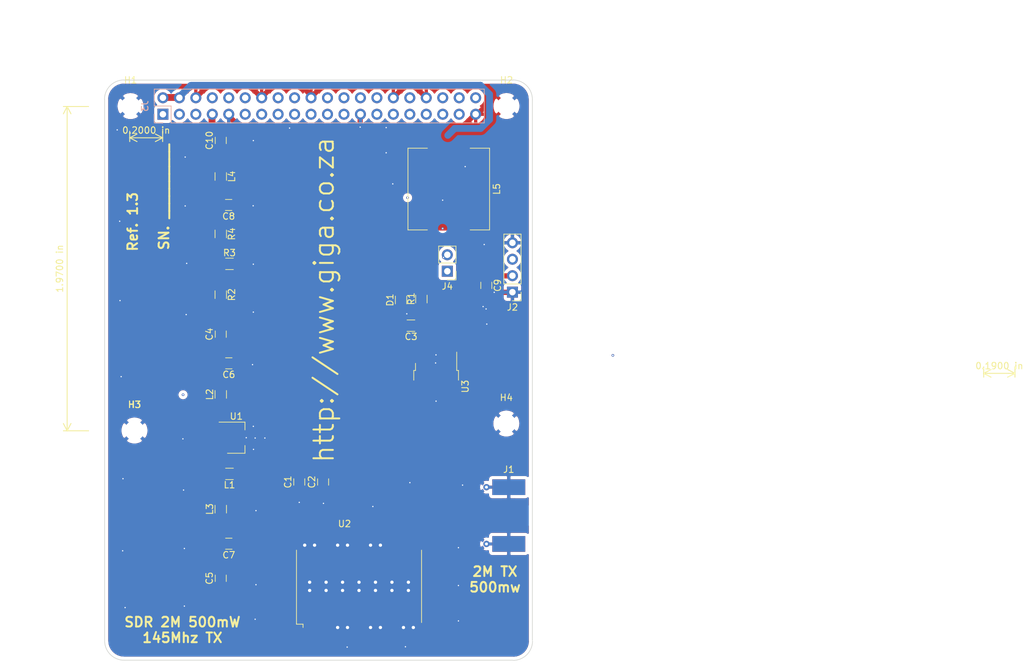
<source format=kicad_pcb>
(kicad_pcb (version 20171130) (host pcbnew "(5.1.9)-1")
  (title_block (title "Africube Transmitter") (date 2019-07-18) (rev V1.0) (company "Giga Technology"))
  (layers (0 F.Cu signal) (31 B.Cu signal) (34 B.Paste user) (35 F.Paste user) (36 B.SilkS user) (37 F.SilkS user) (38 B.Mask user) (39 F.Mask user) (44 Edge.Cuts user))
  (net 0 "")
  (net 1 GND)
  (net 2 +5V)
  (net 3 "Net-(C4-Pad1)")
  (net 4 "Net-(C4-Pad2)")
  (net 5 "Net-(C5-Pad1)")
  (net 6 "Net-(C5-Pad2)")
  (net 7 "Net-(C8-Pad2)")
  (net 8 "Net-(C10-Pad1)")
  (net 9 "Net-(D1-Pad2)")
  (net 10 "Net-(L1-Pad2)")
  (net 11 "Net-(L2-Pad1)")
  (net 12 "Net-(R2-Pad1)")
  (net 13 "Net-(J3-Pad2)")
  (net 14 "Net-(C9-Pad1)")
  (net 15 "Net-(C10-Pad2)")
  (net 16 "Net-(J1-Pad1)")
  (net 17 "Net-(J3-Pad40)")
  (net 18 "Net-(J3-Pad38)")
  (net 19 "Net-(J3-Pad37)")
  (net 20 "Net-(J3-Pad36)")
  (net 21 "Net-(J3-Pad35)")
  (net 22 "Net-(J3-Pad33)")
  (net 23 "Net-(J3-Pad32)")
  (net 24 "Net-(J3-Pad31)")
  (net 25 "Net-(J3-Pad29)")
  (net 26 "Net-(J3-Pad28)")
  (net 27 "Net-(J3-Pad27)")
  (net 28 "Net-(J3-Pad26)")
  (net 29 "Net-(J3-Pad24)")
  (net 30 "Net-(J3-Pad23)")
  (net 31 "Net-(J3-Pad22)")
  (net 32 "Net-(J3-Pad21)")
  (net 33 "Net-(J3-Pad19)")
  (net 34 "Net-(J3-Pad18)")
  (net 35 "Net-(J3-Pad17)")
  (net 36 "Net-(J3-Pad16)")
  (net 37 "Net-(J3-Pad15)")
  (net 38 "Net-(J3-Pad13)")
  (net 39 "Net-(J3-Pad12)")
  (net 40 "Net-(J3-Pad11)")
  (net 41 "Net-(J3-Pad10)")
  (net 42 "Net-(J3-Pad8)")
  (net 43 "Net-(J3-Pad5)")
  (net 44 "Net-(J3-Pad3)")
  (net 45 "Net-(J3-Pad1)")
  (net 46 "Net-(J4-Pad2)")
  (module Resistors_SMD:R_0805_HandSoldering (layer F.Cu) (at 70.33006 61.3918)
    (fp_text reference C3 (at 0.01778 1.70434) (layer F.SilkS))
    (fp_text value OC)
    (fp_line (start -0.6 -0.88) (end 0.6 -0.88) (layer F.SilkS) (width 0.12))
    (fp_line (start 0.6 0.88) (end -0.6 0.88) (layer F.SilkS) (width 0.12))
    (pad 2 smd rect (at 1.35 0) (size 1.5 1.3) (layers F.Cu F.Paste F.Mask))
    (pad 1 smd rect (at -1.35 0) (size 1.5 1.3) (layers F.Cu F.Paste F.Mask))
  )
  (module Resistors_SMD:R_0805_HandSoldering (layer F.Cu) (at 68.80098 57.43448 90)
    (fp_text reference D1 (at 0 -1.7 90) (layer F.SilkS))
    (fp_text value LED)
    (fp_line (start -0.6 -0.88) (end 0.6 -0.88) (layer F.SilkS) (width 0.12))
    (fp_line (start 0.6 0.88) (end -0.6 0.88) (layer F.SilkS) (width 0.12))
    (pad 2 smd rect (at 1.35 0 90) (size 1.5 1.3) (layers F.Cu F.Paste F.Mask))
    (pad 1 smd rect (at -1.35 0 90) (size 1.5 1.3) (layers F.Cu F.Paste F.Mask))
  )
  (module Resistors_SMD:R_0805_HandSoldering (layer F.Cu) (at 71.94296 57.29224 90)
    (fp_text reference R1 (at 0.04572 -1.57226 90) (layer F.SilkS))
    (fp_text value OC)
    (fp_line (start -0.6 -0.88) (end 0.6 -0.88) (layer F.SilkS) (width 0.12))
    (fp_line (start 0.6 0.88) (end -0.6 0.88) (layer F.SilkS) (width 0.12))
    (pad 2 smd rect (at 1.35 0 90) (size 1.5 1.3) (layers F.Cu F.Paste F.Mask))
    (pad 1 smd rect (at -1.35 0 90) (size 1.5 1.3) (layers F.Cu F.Paste F.Mask))
  )
  (module Connector_PinSocket_2.54mm:PinSocket_2x20_P2.54mm_Vertical (layer F.Cu) (at 32.0548 28.77312)
    (fp_text reference J3 (at -2.77 -1.27 90) (layer B.SilkS) (effects (justify mirror)))
    (fp_text value RPi_GPIO)
    (fp_line (start -1.33 -3.87) (end -1.33 -1.27) (layer B.SilkS) (width 0.12))
    (fp_line (start -1.33 -3.87) (end 49.59 -3.87) (layer B.SilkS) (width 0.12))
    (fp_line (start 49.59 -3.87) (end 49.59 1.33) (layer B.SilkS) (width 0.12))
    (fp_line (start 1.27 1.33) (end 49.59 1.33) (layer B.SilkS) (width 0.12))
    (fp_line (start 1.27 -1.27) (end 1.27 1.33) (layer B.SilkS) (width 0.12))
    (fp_line (start -1.33 -1.27) (end 1.27 -1.27) (layer B.SilkS) (width 0.12))
    (fp_line (start -1.33 1.33) (end 0 1.33) (layer B.SilkS) (width 0.12))
    (fp_line (start -1.33 0) (end -1.33 1.33) (layer B.SilkS) (width 0.12))
    (pad 1 thru_hole rect (at 0 0 270) (size 1.7 1.7) (drill 1) (layers *.Cu *.Mask) (net 45 "Net-(J3-Pad1)"))
    (pad 2 thru_hole oval (at 0 -2.54 270) (size 1.7 1.7) (drill 1) (layers *.Cu *.Mask) (net 13 "Net-(J3-Pad2)"))
    (pad 3 thru_hole oval (at 2.54 0 270) (size 1.7 1.7) (drill 1) (layers *.Cu *.Mask) (net 44 "Net-(J3-Pad3)"))
    (pad 4 thru_hole oval (at 2.54 -2.54 270) (size 1.7 1.7) (drill 1) (layers *.Cu *.Mask) (net 13 "Net-(J3-Pad2)"))
    (pad 5 thru_hole oval (at 5.08 0 270) (size 1.7 1.7) (drill 1) (layers *.Cu *.Mask) (net 43 "Net-(J3-Pad5)"))
    (pad 6 thru_hole oval (at 5.08 -2.54 270) (size 1.7 1.7) (drill 1) (layers *.Cu *.Mask) (net 1 GND))
    (pad 7 thru_hole oval (at 7.62 0 270) (size 1.7 1.7) (drill 1) (layers *.Cu *.Mask) (net 15 "Net-(C10-Pad2)"))
    (pad 8 thru_hole oval (at 7.62 -2.54 270) (size 1.7 1.7) (drill 1) (layers *.Cu *.Mask) (net 42 "Net-(J3-Pad8)"))
    (pad 9 thru_hole oval (at 10.16 0 270) (size 1.7 1.7) (drill 1) (layers *.Cu *.Mask) (net 1 GND))
    (pad 10 thru_hole oval (at 10.16 -2.54 270) (size 1.7 1.7) (drill 1) (layers *.Cu *.Mask) (net 41 "Net-(J3-Pad10)"))
    (pad 11 thru_hole oval (at 12.7 0 270) (size 1.7 1.7) (drill 1) (layers *.Cu *.Mask) (net 40 "Net-(J3-Pad11)"))
    (pad 12 thru_hole oval (at 12.7 -2.54 270) (size 1.7 1.7) (drill 1) (layers *.Cu *.Mask) (net 39 "Net-(J3-Pad12)"))
    (pad 13 thru_hole oval (at 15.24 0 270) (size 1.7 1.7) (drill 1) (layers *.Cu *.Mask) (net 38 "Net-(J3-Pad13)"))
    (pad 14 thru_hole oval (at 15.24 -2.54 270) (size 1.7 1.7) (drill 1) (layers *.Cu *.Mask) (net 1 GND))
    (pad 15 thru_hole oval (at 17.78 0 270) (size 1.7 1.7) (drill 1) (layers *.Cu *.Mask) (net 37 "Net-(J3-Pad15)"))
    (pad 16 thru_hole oval (at 17.78 -2.54 270) (size 1.7 1.7) (drill 1) (layers *.Cu *.Mask) (net 36 "Net-(J3-Pad16)"))
    (pad 17 thru_hole oval (at 20.32 0 270) (size 1.7 1.7) (drill 1) (layers *.Cu *.Mask) (net 35 "Net-(J3-Pad17)"))
    (pad 18 thru_hole oval (at 20.32 -2.54 270) (size 1.7 1.7) (drill 1) (layers *.Cu *.Mask) (net 34 "Net-(J3-Pad18)"))
    (pad 19 thru_hole oval (at 22.86 0 270) (size 1.7 1.7) (drill 1) (layers *.Cu *.Mask) (net 33 "Net-(J3-Pad19)"))
    (pad 20 thru_hole oval (at 22.86 -2.54 270) (size 1.7 1.7) (drill 1) (layers *.Cu *.Mask) (net 1 GND))
    (pad 21 thru_hole oval (at 25.4 0 270) (size 1.7 1.7) (drill 1) (layers *.Cu *.Mask) (net 32 "Net-(J3-Pad21)"))
    (pad 22 thru_hole oval (at 25.4 -2.54 270) (size 1.7 1.7) (drill 1) (layers *.Cu *.Mask) (net 31 "Net-(J3-Pad22)"))
    (pad 23 thru_hole oval (at 27.94 0 270) (size 1.7 1.7) (drill 1) (layers *.Cu *.Mask) (net 30 "Net-(J3-Pad23)"))
    (pad 24 thru_hole oval (at 27.94 -2.54 270) (size 1.7 1.7) (drill 1) (layers *.Cu *.Mask) (net 29 "Net-(J3-Pad24)"))
    (pad 25 thru_hole oval (at 30.48 0 270) (size 1.7 1.7) (drill 1) (layers *.Cu *.Mask) (net 1 GND))
    (pad 26 thru_hole oval (at 30.48 -2.54 270) (size 1.7 1.7) (drill 1) (layers *.Cu *.Mask) (net 28 "Net-(J3-Pad26)"))
    (pad 27 thru_hole oval (at 33.02 0 270) (size 1.7 1.7) (drill 1) (layers *.Cu *.Mask) (net 27 "Net-(J3-Pad27)"))
    (pad 28 thru_hole oval (at 33.02 -2.54 270) (size 1.7 1.7) (drill 1) (layers *.Cu *.Mask) (net 26 "Net-(J3-Pad28)"))
    (pad 29 thru_hole oval (at 35.56 0 270) (size 1.7 1.7) (drill 1) (layers *.Cu *.Mask) (net 25 "Net-(J3-Pad29)"))
    (pad 30 thru_hole oval (at 35.56 -2.54 270) (size 1.7 1.7) (drill 1) (layers *.Cu *.Mask) (net 1 GND))
    (pad 31 thru_hole oval (at 38.1 0 270) (size 1.7 1.7) (drill 1) (layers *.Cu *.Mask) (net 24 "Net-(J3-Pad31)"))
    (pad 32 thru_hole oval (at 38.1 -2.54 270) (size 1.7 1.7) (drill 1) (layers *.Cu *.Mask) (net 23 "Net-(J3-Pad32)"))
    (pad 33 thru_hole oval (at 40.64 0 270) (size 1.7 1.7) (drill 1) (layers *.Cu *.Mask) (net 22 "Net-(J3-Pad33)"))
    (pad 34 thru_hole oval (at 40.64 -2.54 270) (size 1.7 1.7) (drill 1) (layers *.Cu *.Mask) (net 1 GND))
    (pad 35 thru_hole oval (at 43.18 0 270) (size 1.7 1.7) (drill 1) (layers *.Cu *.Mask) (net 21 "Net-(J3-Pad35)"))
    (pad 36 thru_hole oval (at 43.18 -2.54 270) (size 1.7 1.7) (drill 1) (layers *.Cu *.Mask) (net 20 "Net-(J3-Pad36)"))
    (pad 37 thru_hole oval (at 45.72 0 270) (size 1.7 1.7) (drill 1) (layers *.Cu *.Mask) (net 19 "Net-(J3-Pad37)"))
    (pad 38 thru_hole oval (at 45.72 -2.54 270) (size 1.7 1.7) (drill 1) (layers *.Cu *.Mask) (net 18 "Net-(J3-Pad38)"))
    (pad 39 thru_hole oval (at 48.26 0 270) (size 1.7 1.7) (drill 1) (layers *.Cu *.Mask) (net 1 GND))
    (pad 40 thru_hole oval (at 48.26 -2.54 270) (size 1.7 1.7) (drill 1) (layers *.Cu *.Mask) (net 17 "Net-(J3-Pad40)"))
  )
  (module MountingHole:MountingHole_3mm (layer F.Cu) (at 85.04916 76.50286)
    (fp_text reference H4 (at 0 -4) (layer F.SilkS))
    (fp_text value 3mm_hole)
    (pad 1 np_thru_hole circle (at 0 0) (size 3 3) (drill 3) (layers *.Cu *.Mask) (net 1 GND))
  )
  (module MountingHole:MountingHole_3mm (layer F.Cu) (at 27.66876 77.57966)
    (fp_text reference H3 (at 0 -4) (layer F.SilkS))
    (fp_text value 3mm_hole)
    (pad 1 np_thru_hole circle (at 0 0) (size 3 3) (drill 3) (layers *.Cu *.Mask) (net 1 GND))
  )
  (module MountingHole:MountingHole_3mm (layer F.Cu) (at 27.66876 77.57966)
    (fp_text reference H3 (at 0 -4) (layer F.SilkS))
    (fp_text value 3mm_hole)
    (pad 1 np_thru_hole circle (at 0 0) (size 3 3) (drill 3) (layers *.Cu *.Mask) (net 1 GND))
  )
  (module MountingHole:MountingHole_3mm (layer F.Cu) (at 27.66876 77.57966)
    (fp_text reference H3 (at 0 -4) (layer F.SilkS))
    (fp_text value 3mm_hole)
    (pad 1 np_thru_hole circle (at 0 0) (size 3 3) (drill 3) (layers *.Cu *.Mask) (net 1 GND))
  )
  (module MountingHole:MountingHole_3mm (layer F.Cu) (at 27.66876 77.57966)
    (fp_text reference H3 (at 0 -4) (layer F.SilkS))
    (fp_text value 3mm_hole)
    (pad 1 np_thru_hole circle (at 0 0) (size 3 3) (drill 3) (layers *.Cu *.Mask) (net 1 GND))
  )
  (module MountingHole:MountingHole_3mm (layer F.Cu) (at 85.07456 27.50626)
    (fp_text reference H2 (at 0 -4) (layer F.SilkS))
    (fp_text value 3mm_hole)
    (pad 1 np_thru_hole circle (at 0 0) (size 3 3) (drill 3) (layers *.Cu *.Mask) (net 1 GND))
  )
  (module MountingHole:MountingHole_3mm (layer F.Cu) (at 27.05916 27.51626)
    (fp_text reference H1 (at 0 -4) (layer F.SilkS))
    (fp_text value 3mm_hole)
    (pad 1 np_thru_hole circle (at 0 0) (size 3 3) (drill 3) (layers *.Cu *.Mask) (net 1 GND))
  )
  (module Capacitors_SMD:C_0805_HandSoldering (layer F.Cu) (at 53.09616 85.51926 90)
    (fp_text reference C1 (at 0 -1.75 90) (layer F.SilkS))
    (fp_text value 100nF)
    (fp_line (start -0.5 0.85) (end 0.5 0.85) (layer F.SilkS) (width 0.12))
    (fp_line (start 0.5 -0.85) (end -0.5 -0.85) (layer F.SilkS) (width 0.12))
    (pad 1 smd rect (at -1.25 0 90) (size 1.5 1.25) (layers F.Cu F.Paste F.Mask) (net 1 GND))
    (pad 2 smd rect (at 1.25 0 90) (size 1.5 1.25) (layers F.Cu F.Paste F.Mask) (net 2 +5V))
  )
  (module Capacitors_SMD:C_0805_HandSoldering (layer F.Cu) (at 56.77916 85.51926 90)
    (fp_text reference C2 (at 0 -1.75 90) (layer F.SilkS))
    (fp_text value 100pF)
    (fp_line (start -0.5 0.85) (end 0.5 0.85) (layer F.SilkS) (width 0.12))
    (fp_line (start 0.5 -0.85) (end -0.5 -0.85) (layer F.SilkS) (width 0.12))
    (pad 1 smd rect (at -1.25 0 90) (size 1.5 1.25) (layers F.Cu F.Paste F.Mask) (net 1 GND))
    (pad 2 smd rect (at 1.25 0 90) (size 1.5 1.25) (layers F.Cu F.Paste F.Mask) (net 2 +5V))
  )
  (module Capacitors_SMD:C_0805_HandSoldering (layer F.Cu) (at 40.98036 62.71006 90)
    (fp_text reference C4 (at 0 -1.75 90) (layer F.SilkS))
    (fp_text value 100pF)
    (fp_line (start -0.5 0.85) (end 0.5 0.85) (layer F.SilkS) (width 0.12))
    (fp_line (start 0.5 -0.85) (end -0.5 -0.85) (layer F.SilkS) (width 0.12))
    (pad 1 smd rect (at -1.25 0 90) (size 1.5 1.25) (layers F.Cu F.Paste F.Mask) (net 3 "Net-(C4-Pad1)"))
    (pad 2 smd rect (at 1.25 0 90) (size 1.5 1.25) (layers F.Cu F.Paste F.Mask) (net 4 "Net-(C4-Pad2)"))
  )
  (module Capacitors_SMD:C_0805_HandSoldering (layer F.Cu) (at 40.98036 100.37826 90)
    (fp_text reference C5 (at 0 -1.75 90) (layer F.SilkS))
    (fp_text value 100pF)
    (fp_line (start -0.5 0.85) (end 0.5 0.85) (layer F.SilkS) (width 0.12))
    (fp_line (start 0.5 -0.85) (end -0.5 -0.85) (layer F.SilkS) (width 0.12))
    (pad 1 smd rect (at -1.25 0 90) (size 1.5 1.25) (layers F.Cu F.Paste F.Mask) (net 5 "Net-(C5-Pad1)"))
    (pad 2 smd rect (at 1.25 0 90) (size 1.5 1.25) (layers F.Cu F.Paste F.Mask) (net 6 "Net-(C5-Pad2)"))
  )
  (module Capacitors_SMD:C_0805_HandSoldering (layer F.Cu) (at 42.22496 67.20586 180)
    (fp_text reference C6 (at 0 -1.75 180) (layer F.SilkS))
    (fp_text value 12pF)
    (fp_line (start -0.5 0.85) (end 0.5 0.85) (layer F.SilkS) (width 0.12))
    (fp_line (start 0.5 -0.85) (end -0.5 -0.85) (layer F.SilkS) (width 0.12))
    (pad 1 smd rect (at -1.25 0 180) (size 1.5 1.25) (layers F.Cu F.Paste F.Mask) (net 1 GND))
    (pad 2 smd rect (at 1.25 0 180) (size 1.5 1.25) (layers F.Cu F.Paste F.Mask) (net 3 "Net-(C4-Pad1)"))
  )
  (module Capacitors_SMD:C_0805_HandSoldering (layer F.Cu) (at 42.22496 95.04426 180)
    (fp_text reference C7 (at 0 -1.75 180) (layer F.SilkS))
    (fp_text value 22pF)
    (fp_line (start -0.5 0.85) (end 0.5 0.85) (layer F.SilkS) (width 0.12))
    (fp_line (start 0.5 -0.85) (end -0.5 -0.85) (layer F.SilkS) (width 0.12))
    (pad 1 smd rect (at -1.25 0 180) (size 1.5 1.25) (layers F.Cu F.Paste F.Mask) (net 1 GND))
    (pad 2 smd rect (at 1.25 0 180) (size 1.5 1.25) (layers F.Cu F.Paste F.Mask) (net 6 "Net-(C5-Pad2)"))
  )
  (module Capacitors_SMD:C_0805_HandSoldering (layer F.Cu) (at 42.19956 42.77106 180)
    (fp_text reference C8 (at 0 -1.75 180) (layer F.SilkS))
    (fp_text value 10pF)
    (fp_line (start -0.5 0.85) (end 0.5 0.85) (layer F.SilkS) (width 0.12))
    (fp_line (start 0.5 -0.85) (end -0.5 -0.85) (layer F.SilkS) (width 0.12))
    (pad 1 smd rect (at -1.25 0 180) (size 1.5 1.25) (layers F.Cu F.Paste F.Mask) (net 1 GND))
    (pad 2 smd rect (at 1.25 0 180) (size 1.5 1.25) (layers F.Cu F.Paste F.Mask) (net 7 "Net-(C8-Pad2)"))
  )
  (module Capacitors_SMD:C_0805_HandSoldering (layer F.Cu) (at 81.95818 55.1815 270)
    (fp_text reference C9 (at 0 -1.75 270) (layer F.SilkS))
    (fp_text value "4.7uF 16V")
    (fp_line (start -0.5 0.85) (end 0.5 0.85) (layer F.SilkS) (width 0.12))
    (fp_line (start 0.5 -0.85) (end -0.5 -0.85) (layer F.SilkS) (width 0.12))
    (pad 1 smd rect (at -1.25 0 270) (size 1.5 1.25) (layers F.Cu F.Paste F.Mask) (net 14 "Net-(C9-Pad1)"))
    (pad 2 smd rect (at 1.25 0 270) (size 1.5 1.25) (layers F.Cu F.Paste F.Mask) (net 1 GND))
  )
  (module Capacitors_SMD:C_0805_HandSoldering (layer F.Cu) (at 40.98036 32.81426 90)
    (fp_text reference C10 (at 0 -1.75 90) (layer F.SilkS))
    (fp_text value 100pF)
    (fp_line (start -0.5 0.85) (end 0.5 0.85) (layer F.SilkS) (width 0.12))
    (fp_line (start 0.5 -0.85) (end -0.5 -0.85) (layer F.SilkS) (width 0.12))
    (pad 1 smd rect (at -1.25 0 90) (size 1.5 1.25) (layers F.Cu F.Paste F.Mask) (net 8 "Net-(C10-Pad1)"))
    (pad 2 smd rect (at 1.25 0 90) (size 1.5 1.25) (layers F.Cu F.Paste F.Mask) (net 15 "Net-(C10-Pad2)"))
  )
  (module Connectors_Molex:Molex_SMA_Jack_Edge_Mount (layer F.Cu) (at 83.70316 90.70086 180)
    (fp_text reference J1 (at -1.72 7.11 180) (layer F.SilkS))
    (fp_text value "SMA Edge FM")
    (pad 1 smd rect (at -1.72 0 180) (size 5.08 2.29) (layers F.Cu F.Paste F.Mask) (net 16 "Net-(J1-Pad1)"))
    (pad 2 smd rect (at -1.72 -4.38 180) (size 5.08 2.42) (layers F.Cu F.Paste F.Mask) (net 1 GND))
    (pad 2 smd rect (at -1.72 4.38 180) (size 5.08 2.42) (layers F.Cu F.Paste F.Mask) (net 1 GND))
    (pad 2 smd rect (at -1.72 -4.38 180) (size 5.08 2.42) (layers B.Cu B.Paste B.Mask) (net 1 GND))
    (pad 2 smd rect (at -1.72 4.38 180) (size 5.08 2.42) (layers B.Cu B.Paste B.Mask) (net 1 GND))
    (pad 2 thru_hole circle (at 1.72 -4.38 180) (size 0.97 0.97) (drill 0.46) (layers *.Cu) (net 1 GND))
    (pad 2 thru_hole circle (at 1.72 4.38 180) (size 0.97 0.97) (drill 0.46) (layers *.Cu) (net 1 GND))
    (pad 2 smd rect (at 1.27 -4.38 180) (size 0.89 0.46) (layers F.Cu) (net 1 GND))
    (pad 2 smd rect (at 1.27 4.38 180) (size 0.89 0.46) (layers F.Cu) (net 1 GND))
    (pad 2 smd rect (at 1.27 -4.38 180) (size 0.89 0.46) (layers B.Cu) (net 1 GND))
    (pad 2 smd rect (at 1.27 4.38 180) (size 0.89 0.46) (layers B.Cu) (net 1 GND))
  )
  (module Socket_Strips:Socket_Strip_Straight_1x04_Pitch2.54mm (layer F.Cu) (at 85.9917 56.22798 180)
    (fp_text reference J2 (at 0 -2.33 180) (layer F.SilkS))
    (fp_text value Conn_01x04)
    (fp_line (start -1.33 -1.33) (end 0 -1.33) (layer F.SilkS) (width 0.12))
    (fp_line (start -1.33 0) (end -1.33 -1.33) (layer F.SilkS) (width 0.12))
    (fp_line (start 1.33 1.27) (end -1.33 1.27) (layer F.SilkS) (width 0.12))
    (fp_line (start 1.33 8.95) (end 1.33 1.27) (layer F.SilkS) (width 0.12))
    (fp_line (start -1.33 8.95) (end 1.33 8.95) (layer F.SilkS) (width 0.12))
    (fp_line (start -1.33 1.27) (end -1.33 8.95) (layer F.SilkS) (width 0.12))
    (pad 1 thru_hole rect (at 0 0 180) (size 1.7 1.7) (drill 1) (layers *.Cu *.Mask) (net 1 GND))
    (pad 2 thru_hole oval (at 0 2.54 180) (size 1.7 1.7) (drill 1) (layers *.Cu *.Mask) (net 14 "Net-(C9-Pad1)"))
    (pad 3 thru_hole oval (at 0 5.08 180) (size 1.7 1.7) (drill 1) (layers *.Cu *.Mask) (net 2 +5V))
    (pad 4 thru_hole oval (at 0 7.62 180) (size 1.7 1.7) (drill 1) (layers *.Cu *.Mask) (net 1 GND))
  )
  (module Resistors_SMD:R_0805_HandSoldering (layer F.Cu) (at 42.32656 84.27466 180)
    (fp_text reference L1 (at 0 -1.7 180) (layer F.SilkS))
    (fp_text value 12nH)
    (fp_line (start -0.6 -0.88) (end 0.6 -0.88) (layer F.SilkS) (width 0.12))
    (fp_line (start 0.6 0.88) (end -0.6 0.88) (layer F.SilkS) (width 0.12))
    (pad 1 smd rect (at -1.35 0 180) (size 1.5 1.3) (layers F.Cu F.Paste F.Mask) (net 2 +5V))
    (pad 2 smd rect (at 1.35 0 180) (size 1.5 1.3) (layers F.Cu F.Paste F.Mask) (net 10 "Net-(L1-Pad2)"))
  )
  (module Resistors_SMD:R_0805_HandSoldering (layer F.Cu) (at 40.98036 72.00646 90)
    (fp_text reference L2 (at 0 -1.7 90) (layer F.SilkS))
    (fp_text value 0)
    (fp_line (start -0.6 -0.88) (end 0.6 -0.88) (layer F.SilkS) (width 0.12))
    (fp_line (start 0.6 0.88) (end -0.6 0.88) (layer F.SilkS) (width 0.12))
    (pad 1 smd rect (at -1.35 0 90) (size 1.5 1.3) (layers F.Cu F.Paste F.Mask) (net 11 "Net-(L2-Pad1)"))
    (pad 2 smd rect (at 1.35 0 90) (size 1.5 1.3) (layers F.Cu F.Paste F.Mask) (net 3 "Net-(C4-Pad1)"))
  )
  (module Resistors_SMD:R_0805_HandSoldering (layer F.Cu) (at 40.98036 89.71026 90)
    (fp_text reference L3 (at 0 -1.7 90) (layer F.SilkS))
    (fp_text value 0)
    (fp_line (start -0.6 -0.88) (end 0.6 -0.88) (layer F.SilkS) (width 0.12))
    (fp_line (start 0.6 0.88) (end -0.6 0.88) (layer F.SilkS) (width 0.12))
    (pad 1 smd rect (at -1.35 0 90) (size 1.5 1.3) (layers F.Cu F.Paste F.Mask) (net 6 "Net-(C5-Pad2)"))
    (pad 2 smd rect (at 1.35 0 90) (size 1.5 1.3) (layers F.Cu F.Paste F.Mask) (net 10 "Net-(L1-Pad2)"))
  )
  (module Resistors_SMD:R_0805_HandSoldering (layer F.Cu) (at 40.98036 38.37686 270)
    (fp_text reference L4 (at 0 -1.7 270) (layer F.SilkS))
    (fp_text value 0)
    (fp_line (start -0.6 -0.88) (end 0.6 -0.88) (layer F.SilkS) (width 0.12))
    (fp_line (start 0.6 0.88) (end -0.6 0.88) (layer F.SilkS) (width 0.12))
    (pad 1 smd rect (at -1.35 0 270) (size 1.5 1.3) (layers F.Cu F.Paste F.Mask) (net 8 "Net-(C10-Pad1)"))
    (pad 2 smd rect (at 1.35 0 270) (size 1.5 1.3) (layers F.Cu F.Paste F.Mask) (net 7 "Net-(C8-Pad2)"))
  )
  (module Resistors_SMD:R_0805_HandSoldering (layer F.Cu) (at 40.98036 56.61406 270)
    (fp_text reference R2 (at 0 -1.7 270) (layer F.SilkS))
    (fp_text value 0)
    (fp_line (start -0.6 -0.88) (end 0.6 -0.88) (layer F.SilkS) (width 0.12))
    (fp_line (start 0.6 0.88) (end -0.6 0.88) (layer F.SilkS) (width 0.12))
    (pad 1 smd rect (at -1.35 0 270) (size 1.5 1.3) (layers F.Cu F.Paste F.Mask) (net 12 "Net-(R2-Pad1)"))
    (pad 2 smd rect (at 1.35 0 270) (size 1.5 1.3) (layers F.Cu F.Paste F.Mask) (net 4 "Net-(C4-Pad2)"))
  )
  (module Resistors_SMD:R_0805_HandSoldering (layer F.Cu) (at 42.32656 51.86426)
    (fp_text reference R3 (at 0 -1.7) (layer F.SilkS))
    (fp_text value OC)
    (fp_line (start -0.6 -0.88) (end 0.6 -0.88) (layer F.SilkS) (width 0.12))
    (fp_line (start 0.6 0.88) (end -0.6 0.88) (layer F.SilkS) (width 0.12))
    (pad 1 smd rect (at -1.35 0) (size 1.5 1.3) (layers F.Cu F.Paste F.Mask) (net 12 "Net-(R2-Pad1)"))
    (pad 2 smd rect (at 1.35 0) (size 1.5 1.3) (layers F.Cu F.Paste F.Mask) (net 1 GND))
  )
  (module Resistors_SMD:R_0805_HandSoldering (layer F.Cu) (at 40.98036 47.24146 270)
    (fp_text reference R4 (at 0 -1.7 270) (layer F.SilkS))
    (fp_text value 0)
    (fp_line (start -0.6 -0.88) (end 0.6 -0.88) (layer F.SilkS) (width 0.12))
    (fp_line (start 0.6 0.88) (end -0.6 0.88) (layer F.SilkS) (width 0.12))
    (pad 1 smd rect (at -1.35 0 270) (size 1.5 1.3) (layers F.Cu F.Paste F.Mask) (net 7 "Net-(C8-Pad2)"))
    (pad 2 smd rect (at 1.35 0 270) (size 1.5 1.3) (layers F.Cu F.Paste F.Mask) (net 12 "Net-(R2-Pad1)"))
  )
  (module TO_SOT_Packages_SMD:SOT-89-3_Handsoldering (layer F.Cu) (at 42.93616 78.68666)
    (fp_text reference U1 (at 0.45 -3.3) (layer F.SilkS))
    (fp_text value TQP7M9105)
    (fp_line (start 1.78 -2.4) (end 1.78 -1.2) (layer F.SilkS) (width 0.12))
    (fp_line (start -2.22 -2.4) (end 1.78 -2.4) (layer F.SilkS) (width 0.12))
    (fp_line (start 1.78 2.4) (end -0.92 2.4) (layer F.SilkS) (width 0.12))
    (fp_line (start 1.78 1.2) (end 1.78 2.4) (layer F.SilkS) (width 0.12))
    (pad 1 smd rect (at -1.98 -1.5 270) (size 1 2.5) (layers F.Cu F.Paste F.Mask) (net 11 "Net-(L2-Pad1)"))
    (pad 2 smd rect (at -1.98 0 270) (size 1 2.5) (layers F.Cu F.Paste F.Mask) (net 1 GND))
    (pad 3 smd rect (at -1.98 1.5 270) (size 1 2.5) (layers F.Cu F.Paste F.Mask) (net 10 "Net-(L1-Pad2)"))
    (pad 2 smd rect (at 1.98 0 270) (size 2 4) (layers F.Cu F.Paste F.Mask) (net 1 GND))
    (pad 2 smd trapezoid (at -0.37 0 90) (size 1.5 0.75) (rect_delta 0 0.5) (layers F.Cu F.Paste F.Mask) (net 1 GND))
  )
  (module Pin_Headers:Pin_Header_Straight_1x02_Pitch2.54mm (layer F.Cu) (at 75.94346 52.9971 180)
    (fp_text reference J4 (at 0 -2.33 180) (layer F.SilkS))
    (fp_text value Conn_01x02)
    (fp_line (start -1.33 -1.33) (end 0 -1.33) (layer F.SilkS) (width 0.12))
    (fp_line (start -1.33 0) (end -1.33 -1.33) (layer F.SilkS) (width 0.12))
    (fp_line (start -1.33 1.27) (end 1.33 1.27) (layer F.SilkS) (width 0.12))
    (fp_line (start 1.33 1.27) (end 1.33 3.87) (layer F.SilkS) (width 0.12))
    (fp_line (start -1.33 1.27) (end -1.33 3.87) (layer F.SilkS) (width 0.12))
    (fp_line (start -1.33 3.87) (end 1.33 3.87) (layer F.SilkS) (width 0.12))
    (pad 1 thru_hole rect (at 0 0 180) (size 1.7 1.7) (drill 1) (layers *.Cu *.Mask) (net 9 "Net-(D1-Pad2)"))
    (pad 2 thru_hole oval (at 0 2.54 180) (size 1.7 1.7) (drill 1) (layers *.Cu *.Mask) (net 46 "Net-(J4-Pad2)"))
  )
  (module mini_filter:Mini-Circuits_HF1139_LandPatternPL-230 (layer F.Cu) (at 62.31636 101.62286 90)
    (fp_text reference U2 (at 9.652 -2.2352 180) (layer F.SilkS))
    (fp_text value SXBP-150+)
    (fp_line (start -5.842 -8.636) (end -6.35 -8.636) (layer F.SilkS) (width 0.12))
    (fp_line (start 5.588 9.652) (end -5.588 9.652) (layer F.SilkS) (width 0.12))
    (fp_line (start -5.842 -9.652) (end -5.842 -8.636) (layer F.SilkS) (width 0.12))
    (fp_line (start 5.588 -9.652) (end -5.842 -9.652) (layer F.SilkS) (width 0.12))
    (pad 1 smd rect (at -5.2705 -7.62) (size 1.524 1.397) (layers F.Cu F.Paste F.Mask) (net 5 "Net-(C5-Pad1)") (clearance 3.3782))
    (pad 2 smd rect (at 5.2705 -7.62) (size 1.524 1.397) (layers F.Cu F.Paste F.Mask) (net 1 GND))
    (pad 3 smd rect (at -5.2705 -2.54) (size 1.524 1.397) (layers F.Cu F.Paste F.Mask) (net 1 GND))
    (pad 4 smd rect (at 5.2705 -2.54) (size 1.524 1.397) (layers F.Cu F.Paste F.Mask) (net 1 GND))
    (pad 5 smd rect (at -5.2705 2.54) (size 1.524 1.397) (layers F.Cu F.Paste F.Mask) (net 1 GND))
    (pad 6 smd rect (at 5.2705 2.54) (size 1.524 1.397) (layers F.Cu F.Paste F.Mask) (net 1 GND))
    (pad 7 smd rect (at -5.2705 7.62) (size 1.524 1.397) (layers F.Cu F.Paste F.Mask) (net 1 GND))
    (pad 8 smd rect (at 5.2705 7.62) (size 1.524 1.397) (layers F.Cu F.Paste F.Mask) (net 16 "Net-(J1-Pad1)") (clearance 3.3782))
    (pad 7 thru_hole circle (at -6.35 6.858) (size 1.016 1.016) (drill 0.508) (layers *.Cu) (net 1 GND))
    (pad 7 thru_hole circle (at -6.35 8.382) (size 1.016 1.016) (drill 0.508) (layers *.Cu) (net 1 GND))
    (pad 5 thru_hole circle (at -6.35 3.302) (size 1.016 1.016) (drill 0.508) (layers *.Cu) (net 1 GND))
    (pad 5 thru_hole circle (at -6.35 1.778) (size 1.016 1.016) (drill 0.508) (layers *.Cu) (net 1 GND))
    (pad 6 thru_hole circle (at 6.35 1.778) (size 1.016 1.016) (drill 0.508) (layers *.Cu) (net 1 GND))
    (pad 6 thru_hole circle (at 6.35 3.302) (size 1.016 1.016) (drill 0.508) (layers *.Cu) (net 1 GND))
    (pad 4 thru_hole circle (at 6.35 -1.778) (size 1.016 1.016) (drill 0.508) (layers *.Cu) (net 1 GND))
    (pad 4 thru_hole circle (at 6.35 -3.302) (size 1.016 1.016) (drill 0.508) (layers *.Cu) (net 1 GND))
    (pad 2 thru_hole circle (at 6.35 -6.858) (size 1.016 1.016) (drill 0.508) (layers *.Cu) (net 1 GND))
    (pad 2 thru_hole circle (at 6.35 -8.382) (size 1.016 1.016) (drill 0.508) (layers *.Cu) (net 1 GND))
    (pad 3 thru_hole circle (at -6.35 -3.302) (size 1.016 1.016) (drill 0.508) (layers *.Cu) (net 1 GND))
    (pad 3 thru_hole circle (at -6.35 -1.778) (size 1.016 1.016) (drill 0.508) (layers *.Cu) (net 1 GND))
    (pad 7 thru_hole circle (at -0.635 0) (size 1.016 1.016) (drill 0.508) (layers *.Cu) (net 1 GND))
    (pad 7 thru_hole circle (at 0.635 0) (size 1.016 1.016) (drill 0.508) (layers *.Cu) (net 1 GND))
    (pad 7 thru_hole circle (at 0.635 2.54) (size 1.016 1.016) (drill 0.508) (layers *.Cu) (net 1 GND))
    (pad 7 thru_hole circle (at -0.635 2.54) (size 1.016 1.016) (drill 0.508) (layers *.Cu) (net 1 GND))
    (pad 7 thru_hole circle (at -0.635 5.08) (size 1.016 1.016) (drill 0.508) (layers *.Cu) (net 1 GND))
    (pad 7 thru_hole circle (at 0.635 5.08) (size 1.016 1.016) (drill 0.508) (layers *.Cu) (net 1 GND))
    (pad 7 thru_hole circle (at 0.635 7.62) (size 1.016 1.016) (drill 0.508) (layers *.Cu) (net 1 GND))
    (pad 7 thru_hole circle (at -0.635 7.62) (size 1.016 1.016) (drill 0.508) (layers *.Cu) (net 1 GND))
    (pad 7 thru_hole circle (at 0.635 -2.54) (size 1.016 1.016) (drill 0.508) (layers *.Cu) (net 1 GND))
    (pad 7 thru_hole circle (at -0.635 -2.54) (size 1.016 1.016) (drill 0.508) (layers *.Cu) (net 1 GND))
    (pad 7 thru_hole circle (at -0.635 -5.08) (size 1.016 1.016) (drill 0.508) (layers *.Cu) (net 1 GND))
    (pad 7 thru_hole circle (at 0.635 -5.08) (size 1.016 1.016) (drill 0.508) (layers *.Cu) (net 1 GND))
    (pad 7 thru_hole circle (at 0.635 -7.62) (size 1.016 1.016) (drill 0.508) (layers *.Cu) (net 1 GND))
    (pad 7 thru_hole circle (at -0.635 -7.62) (size 1.016 1.016) (drill 0.508) (layers *.Cu) (net 1 GND))
    (pad 7 smd rect (at 0 0) (size 18.796 2.3876) (layers F.Cu) (net 1 GND))
    (pad 7 smd rect (at -4.0259 2.794) (size 13.208 5.6642) (layers F.Cu) (net 1 GND))
    (pad 7 smd rect (at 4.0259 -2.794) (size 13.208 5.6642) (layers F.Cu) (net 1 GND))
  )
  (module TO_SOT_Packages_SMD:TO-252-3_TabPin4 (layer F.Cu) (at 74.21372 70.7771 270)
    (fp_text reference U3 (at 0 -4.5 270) (layer F.SilkS))
    (fp_text value BA178M05FP-E2)
    (fp_line (start -2.47 3.18) (end -3.57 3.18) (layer F.SilkS) (width 0.12))
    (fp_line (start -2.47 3.45) (end -2.47 3.18) (layer F.SilkS) (width 0.12))
    (fp_line (start -0.97 3.45) (end -2.47 3.45) (layer F.SilkS) (width 0.12))
    (fp_line (start -2.47 -3.18) (end -5.3 -3.18) (layer F.SilkS) (width 0.12))
    (fp_line (start -2.47 -3.45) (end -2.47 -3.18) (layer F.SilkS) (width 0.12))
    (fp_line (start -0.97 -3.45) (end -2.47 -3.45) (layer F.SilkS) (width 0.12))
    (pad 1 smd rect (at -4.2 -2.28 270) (size 2.2 1.2) (layers F.Cu F.Paste F.Mask) (net 14 "Net-(C9-Pad1)"))
    (pad 2 smd rect (at -4.2 0 270) (size 2.2 1.2) (layers F.Cu F.Paste F.Mask) (net 1 GND))
    (pad 3 smd rect (at -4.2 2.28 270) (size 2.2 1.2) (layers F.Cu F.Paste F.Mask) (net 2 +5V))
    (pad 4 smd rect (at 2.1 0 270) (size 6.4 5.8) (layers F.Cu F.Mask) (net 1 GND))
    (pad 4 smd rect (at 3.775 1.525 270) (size 3.05 2.75) (layers F.Cu F.Paste) (net 1 GND))
    (pad 4 smd rect (at 0.425 -1.525 270) (size 3.05 2.75) (layers F.Cu F.Paste) (net 1 GND))
    (pad 4 smd rect (at 3.775 -1.525 270) (size 3.05 2.75) (layers F.Cu F.Paste) (net 1 GND))
    (pad 4 smd rect (at 0.425 1.525 270) (size 3.05 2.75) (layers F.Cu F.Paste) (net 1 GND))
  )
  (module Inductor_SMD:L_12x12mm_H8mm (layer F.Cu) (at 76.16698 40.31742 270)
    (fp_text reference L5 (at 0 -7.4 90) (layer F.SilkS))
    (fp_text value 0)
    (fp_line (start 6.3 3.3) (end 6.3 6.3) (layer F.SilkS) (width 0.12))
    (fp_line (start 6.3 6.3) (end -6.3 6.3) (layer F.SilkS) (width 0.12))
    (fp_line (start -6.3 6.3) (end -6.3 3.3) (layer F.SilkS) (width 0.12))
    (fp_line (start -6.3 -3.3) (end -6.3 -6.3) (layer F.SilkS) (width 0.12))
    (fp_line (start -6.3 -6.3) (end 6.3 -6.3) (layer F.SilkS) (width 0.12))
    (fp_line (start 6.3 -6.3) (end 6.3 -3.3) (layer F.SilkS) (width 0.12))
    (pad 1 smd rect (at -4.95 0 270) (size 2.9 5.4) (layers F.Cu F.Paste F.Mask) (net 13 "Net-(J3-Pad2)"))
    (pad 2 smd rect (at 4.95 0 270) (size 2.9 5.4) (layers F.Cu F.Paste F.Mask) (net 46 "Net-(J4-Pad2)"))
  )
  (dimension 50.038 (width 0.15) (layer F.SilkS) (gr_text "50.038 mm" (at 15.98216 52.60086 90) (layer F.SilkS) (effects (font (size 1 1) (thickness 0.15)))) (feature1 (pts (xy 20.58416 27.58186) (xy 16.695739 27.58186))) (feature2 (pts (xy 20.58416 77.61986) (xy 16.695739 77.61986))) (crossbar (pts (xy 17.28216 77.61986) (xy 17.28216 27.58186))) (arrow1a (pts (xy 17.28216 27.58186) (xy 17.868581 28.708364))) (arrow1b (pts (xy 17.28216 27.58186) (xy 16.695739 28.708364))) (arrow2a (pts (xy 17.28216 77.61986) (xy 17.868581 76.493356))) (arrow2b (pts (xy 17.28216 77.61986) (xy 16.695739 76.493356))))
  (dimension 4.826 (width 0.15) (layer F.SilkS) (gr_text "4.826 mm" (at 161.12236 70.05526) (layer F.SilkS) (effects (font (size 1 1) (thickness 0.15)))) (feature1 (pts (xy 163.53536 67.73926) (xy 163.53536 69.341681))) (feature2 (pts (xy 158.70936 67.73926) (xy 158.70936 69.341681))) (crossbar (pts (xy 158.70936 68.75526) (xy 163.53536 68.75526))) (arrow1a (pts (xy 163.53536 68.75526) (xy 162.408856 69.341681))) (arrow1b (pts (xy 163.53536 68.75526) (xy 162.408856 68.168839))) (arrow2a (pts (xy 158.70936 68.75526) (xy 159.835864 69.341681))) (arrow2b (pts (xy 158.70936 68.75526) (xy 159.835864 68.168839))))
  (dimension 5.08 (width 0.15) (layer F.SilkS) (gr_text "5.080 mm" (at 29.47416 33.70786) (layer F.SilkS) (effects (font (size 1 1) (thickness 0.15)))) (feature1 (pts (xy 26.93416 31.39186) (xy 26.93416 32.994281))) (feature2 (pts (xy 32.01416 31.39186) (xy 32.01416 32.994281))) (crossbar (pts (xy 32.01416 32.40786) (xy 26.93416 32.40786))) (arrow1a (pts (xy 26.93416 32.40786) (xy 28.060664 31.821439))) (arrow1b (pts (xy 26.93416 32.40786) (xy 28.060664 32.994281))) (arrow2a (pts (xy 32.01416 32.40786) (xy 30.887656 31.821439))) (arrow2b (pts (xy 32.01416 32.40786) (xy 30.887656 32.994281))))
  (gr_text "SDR 2M 500mW\n145Mhz TX" (at 35.06216 108.35386) (layer F.SilkS) (effects (font (size 1.5 1.5) (thickness 0.3))))
  (gr_text "2M TX\n500mw" (at 83.29676 100.55606) (layer F.SilkS) (effects (font (size 1.5 1.5) (thickness 0.3))))
  (gr_text "SN. __________" (at 32.21736 41.55186 90) (layer F.SilkS) (effects (font (size 1.5 1.5) (thickness 0.3))))
  (gr_text "Ref. 1.3" (at 27.39136 45.36186 90) (layer F.SilkS) (effects (font (size 1.5 1.5) (thickness 0.3))))
  (gr_text http://www.giga.co.za (at 56.90616 57.42686 90) (layer F.SilkS) (effects (font (size 3 3) (thickness 0.3))))
  (gr_line (start 23.065516 26.51046) (end 23.065516 109.94286) (layer Edge.Cuts) (width 0.1))
  (gr_arc (start 26.040116 26.485071) (end 26.040116 23.485071) (angle -90) (layer Edge.Cuts) (width 0.1))
  (gr_line (start 86.065516 23.510471) (end 26.065516 23.510471) (layer Edge.Cuts) (width 0.1))
  (gr_arc (start 86.065516 26.485071) (end 89.065516 26.485071) (angle -90) (layer Edge.Cuts) (width 0.1))
  (gr_line (start 89.065516 26.51046) (end 89.065516 109.94286) (layer Edge.Cuts) (width 0.1))
  (gr_arc (start 26.065516 110.022471) (end 23.065516 110.022471) (angle -90) (layer Edge.Cuts) (width 0.1))
  (gr_line (start 26.03516 113.022471) (end 86.03516 113.022471) (layer Edge.Cuts) (width 0.1))
  (gr_arc (start 86.090916 110.047871) (end 86.090916 113.047871) (angle -89.9) (layer Edge.Cuts) (width 0.1))
  (via (at 35.16376 72.05726) (size 0.4) (drill 0.2) (layers F.Cu B.Cu) (net 0))
  (segment (start 71.80072 56.08448) (end 71.94296 55.94224) (width 0.15) (layer F.Cu) (net 0))
  (segment (start 68.80098 56.08448) (end 71.80072 56.08448) (width 0.15) (layer F.Cu) (net 0))
  (segment (start 68.80098 61.21272) (end 68.98006 61.3918) (width 0.15) (layer F.Cu) (net 0))
  (segment (start 68.80098 58.78448) (end 68.80098 61.21272) (width 0.15) (layer F.Cu) (net 0))
  (segment (start 71.94296 61.1289) (end 71.68006 61.3918) (width 0.15) (layer F.Cu) (net 0))
  (segment (start 71.94296 58.64224) (end 71.94296 61.1289) (width 0.15) (layer F.Cu) (net 0))
  (via (at 66.50736 34.71926) (size 0.4) (drill 0.2) (layers F.Cu B.Cu) (net 1))
  (via (at 78.69936 36.85286) (size 0.4) (drill 0.2) (layers F.Cu B.Cu) (net 1))
  (via (at 81.6356 48.87722) (size 0.4) (drill 0.2) (layers F.Cu B.Cu) (net 1))
  (via (at 75.21956 42.03446) (size 0.4) (drill 0.2) (layers F.Cu B.Cu) (net 1))
  (via (at 82.03184 61.15558) (size 0.4) (drill 0.2) (layers F.Cu B.Cu) (net 1))
  (via (at 69.68744 59.56808) (size 0.4) (drill 0.2) (layers F.Cu B.Cu) (net 1))
  (via (at 74.20356 73.04786) (size 0.4) (drill 0.2) (layers F.Cu B.Cu) (net 1))
  (via (at 69.47916 110.94466) (size 0.4) (drill 0.2) (layers F.Cu B.Cu) (net 1))
  (via (at 60.48756 110.99546) (size 0.4) (drill 0.2) (layers F.Cu B.Cu) (net 1))
  (via (at 26.22296 104.89946) (size 0.4) (drill 0.2) (layers F.Cu B.Cu) (net 1))
  (via (at 25.84196 96.13646) (size 0.4) (drill 0.2) (layers F.Cu B.Cu) (net 1))
  (via (at 25.89276 85.01126) (size 0.4) (drill 0.2) (layers F.Cu B.Cu) (net 1))
  (via (at 25.61336 69.26326) (size 0.4) (drill 0.2) (layers F.Cu B.Cu) (net 1))
  (via (at 25.43556 57.52846) (size 0.4) (drill 0.2) (layers F.Cu B.Cu) (net 1))
  (via (at 25.38476 45.28566) (size 0.4) (drill 0.2) (layers F.Cu B.Cu) (net 1))
  (via (at 25.00376 31.18866) (size 0.4) (drill 0.2) (layers F.Cu B.Cu) (net 1))
  (via (at 51.59756 30.90926) (size 0.4) (drill 0.2) (layers F.Cu B.Cu) (net 1))
  (segment (start 51.59756 30.90926) (end 51.59756 30.83306) (width 0.8) (layer F.Cu) (net 1))
  (via (at 83.18246 56.25338) (size 0.4) (drill 0.2) (layers F.Cu B.Cu) (net 1))
  (segment (start 83.18246 56.25338) (end 83.18246 56.22798) (width 0.8) (layer B.Cu) (net 1))
  (via (at 67.52336 39.51986) (size 0.4) (drill 0.2) (layers F.Cu B.Cu) (net 1))
  (via (at 66.50736 30.83306) (size 0.4) (drill 0.2) (layers F.Cu B.Cu) (net 1))
  (segment (start 66.50736 30.83306) (end 66.50736 30.80766) (width 0.8) (layer B.Cu) (net 1))
  (via (at 74.1934 65.90538) (size 0.4) (drill 0.2) (layers F.Cu B.Cu) (net 1))
  (via (at 74.13244 67.15506) (size 0.4) (drill 0.2) (layers F.Cu B.Cu) (net 1))
  (via (at 81.46542 58.45302) (size 0.4) (drill 0.2) (layers F.Cu B.Cu) (net 1))
  (via (at 81.92516 58.81878) (size 0.4) (drill 0.2) (layers F.Cu B.Cu) (net 1))
  (segment (start 81.9658 58.83148) (end 81.915 58.83148) (width 0.8) (layer B.Cu) (net 1))
  (via (at 77.65796 106.95686) (size 0.4) (drill 0.2) (layers F.Cu B.Cu) (net 1))
  (via (at 77.65796 101.49586) (size 0.4) (drill 0.2) (layers F.Cu B.Cu) (net 1))
  (via (at 77.65796 95.65386) (size 0.4) (drill 0.2) (layers F.Cu B.Cu) (net 1))
  (via (at 64.44996 89.30386) (size 0.4) (drill 0.2) (layers F.Cu B.Cu) (net 1))
  (via (at 70.16496 85.62086) (size 0.4) (drill 0.2) (layers F.Cu B.Cu) (net 1))
  (via (at 78.29296 86.00186) (size 0.4) (drill 0.2) (layers F.Cu B.Cu) (net 1))
  (via (at 46.28896 106.70286) (size 0.4) (drill 0.2) (layers F.Cu B.Cu) (net 1))
  (via (at 46.41596 101.36886) (size 0.4) (drill 0.2) (layers F.Cu B.Cu) (net 1))
  (via (at 46.41596 89.93886) (size 0.4) (drill 0.2) (layers F.Cu B.Cu) (net 1))
  (via (at 35.36696 104.67086) (size 0.4) (drill 0.2) (layers F.Cu B.Cu) (net 1))
  (via (at 35.36696 95.78086) (size 0.4) (drill 0.2) (layers F.Cu B.Cu) (net 1))
  (via (at 35.23996 86.76386) (size 0.4) (drill 0.2) (layers F.Cu B.Cu) (net 1))
  (via (at 35.49396 35.37966) (size 0.4) (drill 0.2) (layers F.Cu B.Cu) (net 1))
  (via (at 35.49396 42.92346) (size 0.4) (drill 0.2) (layers F.Cu B.Cu) (net 1))
  (via (at 35.72256 51.78806) (size 0.4) (drill 0.2) (layers F.Cu B.Cu) (net 1))
  (via (at 35.64636 59.68746) (size 0.4) (drill 0.2) (layers F.Cu B.Cu) (net 1))
  (via (at 35.13836 78.86446) (size 0.4) (drill 0.2) (layers F.Cu B.Cu) (net 1))
  (via (at 56.82996 88.82126) (size 0.4) (drill 0.2) (layers F.Cu B.Cu) (net 1))
  (via (at 53.09616 88.66886) (size 0.4) (drill 0.2) (layers F.Cu B.Cu) (net 1))
  (via (at 47.78756 78.73746) (size 0.4) (drill 0.2) (layers F.Cu B.Cu) (net 1))
  (via (at 46.03496 80.49006) (size 0.4) (drill 0.2) (layers F.Cu B.Cu) (net 1))
  (via (at 46.00956 76.93406) (size 0.4) (drill 0.2) (layers F.Cu B.Cu) (net 1))
  (via (at 46.28896 78.73746) (size 0.4) (drill 0.2) (layers F.Cu B.Cu) (net 1))
  (segment (start 46.28896 78.73746) (end 46.23816 78.68666) (width 0.8) (layer F.Cu) (net 1))
  (segment (start 46.23816 78.68666) (end 44.91616 78.68666) (width 0.8) (layer F.Cu) (net 1))
  (via (at 46.00956 59.30646) (size 0.4) (drill 0.2) (layers F.Cu B.Cu) (net 1))
  (via (at 62.49416 30.75686) (size 0.4) (drill 0.2) (layers F.Cu B.Cu) (net 1))
  (segment (start 62.49416 30.52826) (end 62.26556 30.52826) (width 0.8) (layer F.Cu) (net 1))
  (segment (start 62.26556 30.52826) (end 62.49416 30.75686) (width 0.8) (layer F.Cu) (net 1))
  (via (at 46.00956 32.83966) (size 0.4) (drill 0.2) (layers F.Cu B.Cu) (net 1))
  (via (at 45.98416 42.89806) (size 0.4) (drill 0.2) (layers F.Cu B.Cu) (net 1))
  (segment (start 45.98416 42.89806) (end 46.00956 42.89806) (width 0.8) (layer F.Cu) (net 1))
  (via (at 46.00956 51.91506) (size 0.4) (drill 0.2) (layers F.Cu B.Cu) (net 1))
  (via (at 45.88256 67.40906) (size 0.4) (drill 0.2) (layers F.Cu B.Cu) (net 1))
  (segment (start 45.88256 67.40906) (end 46.00956 67.40906) (width 0.8) (layer F.Cu) (net 1))
  (via (at 44.91616 78.68666) (size 0.4) (drill 0.2) (layers F.Cu B.Cu) (net 1))
  (segment (start 44.91616 78.68666) (end 44.89196 78.68666) (width 0.8) (layer B.Cu) (net 1))
  (segment (start 42.56616 78.68666) (end 44.91616 78.68666) (width 0.8) (layer F.Cu) (net 1))
  (segment (start 53.93436 95.27286) (end 43.70356 95.27286) (width 0.8) (layer F.Cu) (net 1))
  (segment (start 43.70356 95.27286) (end 43.47496 95.04426) (width 0.8) (layer F.Cu) (net 1))
  (segment (start 46.00956 64.66586) (end 46.00956 67.40906) (width 0.8) (layer F.Cu) (net 1))
  (segment (start 46.00956 67.40906) (end 46.00956 76.93406) (width 0.8) (layer F.Cu) (net 1))
  (segment (start 46.00956 76.93406) (end 46.00956 77.59326) (width 0.8) (layer F.Cu) (net 1))
  (segment (start 46.00956 77.59326) (end 44.91616 78.68666) (width 0.8) (layer F.Cu) (net 1))
  (segment (start 46.00956 49.01946) (end 46.00956 51.91506) (width 0.8) (layer F.Cu) (net 1))
  (segment (start 46.00956 51.91506) (end 46.00956 59.30646) (width 0.8) (layer F.Cu) (net 1))
  (segment (start 46.00956 59.30646) (end 46.00956 64.66586) (width 0.8) (layer F.Cu) (net 1))
  (segment (start 46.00956 64.66586) (end 46.00956 64.67126) (width 0.8) (layer F.Cu) (net 1))
  (segment (start 46.00956 64.67126) (end 43.47496 67.20586) (width 0.8) (layer F.Cu) (net 1))
  (segment (start 46.00956 40.21106) (end 46.00956 42.89806) (width 0.8) (layer F.Cu) (net 1))
  (segment (start 46.00956 42.89806) (end 46.00956 49.01946) (width 0.8) (layer F.Cu) (net 1))
  (segment (start 46.00956 49.01946) (end 46.00956 49.53126) (width 0.8) (layer F.Cu) (net 1))
  (segment (start 46.00956 49.53126) (end 43.67656 51.86426) (width 0.8) (layer F.Cu) (net 1))
  (segment (start 42.17416 28.72486) (end 42.17416 29.00426) (width 0.8) (layer F.Cu) (net 1))
  (segment (start 42.17416 29.00426) (end 46.00956 32.83966) (width 0.8) (layer F.Cu) (net 1))
  (segment (start 46.00956 40.21106) (end 43.44956 42.77106) (width 0.8) (layer F.Cu) (net 1))
  (segment (start 46.00956 32.83966) (end 46.00956 40.21106) (width 0.8) (layer F.Cu) (net 1))
  (segment (start 80.27416 28.72486) (end 80.27416 29.02966) (width 0.8) (layer F.Cu) (net 1))
  (segment (start 62.49416 28.72486) (end 62.49416 30.52826) (width 0.8) (layer F.Cu) (net 1))
  (segment (start 62.49416 30.52826) (end 62.49416 30.29966) (width 0.8) (layer F.Cu) (net 1))
  (segment (start 62.49416 30.29966) (end 61.96076 30.83306) (width 0.8) (layer F.Cu) (net 1))
  (segment (start 42.17416 29.00426) (end 44.00296 30.83306) (width 0.8) (layer F.Cu) (net 1))
  (segment (start 44.00296 30.83306) (end 51.59756 30.83306) (width 0.8) (layer F.Cu) (net 1))
  (segment (start 51.59756 30.83306) (end 61.96076 30.83306) (width 0.8) (layer F.Cu) (net 1))
  (segment (start 61.96076 30.83306) (end 66.50736 30.83306) (width 0.8) (layer F.Cu) (net 1))
  (segment (start 66.50736 30.83306) (end 78.16596 30.83306) (width 0.8) (layer F.Cu) (net 1))
  (segment (start 78.16596 30.83306) (end 80.27416 28.72486) (width 0.8) (layer F.Cu) (net 1))
  (segment (start 37.09416 26.18486) (end 37.17036 26.18486) (width 0.8) (layer F.Cu) (net 1))
  (segment (start 37.17036 26.18486) (end 39.04996 24.30526) (width 0.8) (layer F.Cu) (net 1))
  (segment (start 39.04996 24.30526) (end 45.37456 24.30526) (width 0.8) (layer F.Cu) (net 1))
  (segment (start 45.37456 24.30526) (end 47.25416 26.18486) (width 0.8) (layer F.Cu) (net 1))
  (segment (start 54.87416 26.18486) (end 54.87416 25.82926) (width 0.8) (layer F.Cu) (net 1))
  (segment (start 54.87416 25.82926) (end 53.35016 24.30526) (width 0.8) (layer F.Cu) (net 1))
  (segment (start 49.13376 24.30526) (end 47.25416 26.18486) (width 0.8) (layer F.Cu) (net 1))
  (segment (start 53.35016 24.30526) (end 49.13376 24.30526) (width 0.8) (layer F.Cu) (net 1))
  (segment (start 69.50456 24.30526) (end 56.75376 24.30526) (width 0.8) (layer F.Cu) (net 1))
  (segment (start 56.75376 24.30526) (end 54.87416 26.18486) (width 0.8) (layer F.Cu) (net 1))
  (segment (start 80.27416 28.72486) (end 80.62976 28.72486) (width 0.8) (layer F.Cu) (net 1))
  (segment (start 80.62976 28.72486) (end 82.15376 27.20086) (width 0.8) (layer F.Cu) (net 1))
  (segment (start 82.15376 27.20086) (end 82.15376 25.39746) (width 0.8) (layer F.Cu) (net 1))
  (segment (start 82.15376 25.39746) (end 81.08696 24.33066) (width 0.8) (layer F.Cu) (net 1))
  (segment (start 81.08696 24.33066) (end 70.13956 24.33066) (width 0.8) (layer F.Cu) (net 1))
  (segment (start 70.13956 24.33066) (end 70.13956 24.30526) (width 0.8) (layer F.Cu) (net 1))
  (segment (start 67.57416 26.18486) (end 67.62496 26.18486) (width 0.8) (layer F.Cu) (net 1))
  (segment (start 67.62496 26.18486) (end 69.50456 24.30526) (width 0.8) (layer F.Cu) (net 1))
  (segment (start 69.50456 24.30526) (end 70.13956 24.30526) (width 0.8) (layer F.Cu) (net 1))
  (segment (start 70.13956 24.30526) (end 70.77456 24.30526) (width 0.8) (layer F.Cu) (net 1))
  (segment (start 70.77456 24.30526) (end 72.65416 26.18486) (width 0.8) (layer F.Cu) (net 1))
  (segment (start 86.00186 56.25338) (end 83.18246 56.25338) (width 0.8) (layer F.Cu) (net 1))
  (segment (start 82.1363 56.25338) (end 81.95818 56.4315) (width 0.8) (layer F.Cu) (net 1))
  (segment (start 83.18246 56.25338) (end 82.1363 56.25338) (width 0.8) (layer F.Cu) (net 1))
  (segment (start 81.95818 58.78576) (end 81.92516 58.81878) (width 0.8) (layer F.Cu) (net 1))
  (segment (start 81.95818 56.4315) (end 81.95818 58.78576) (width 0.8) (layer F.Cu) (net 1))
  (segment (start 56.77916 84.26926) (end 62.09316 84.26926) (width 0.8) (layer F.Cu) (net 2))
  (segment (start 43.67656 84.27466) (end 53.09076 84.27466) (width 0.8) (layer F.Cu) (net 2))
  (segment (start 53.09076 84.27466) (end 53.09616 84.26926) (width 0.8) (layer F.Cu) (net 2))
  (segment (start 53.09616 84.26926) (end 56.77916 84.26926) (width 0.8) (layer F.Cu) (net 2))
  (segment (start 40.97496 67.20586) (end 40.97496 70.65106) (width 1.05758) (layer F.Cu) (net 3))
  (segment (start 40.97496 70.65106) (end 40.98036 70.65646) (width 1.05758) (layer F.Cu) (net 3))
  (segment (start 40.98036 63.96006) (end 40.98036 67.20046) (width 1.05758) (layer F.Cu) (net 3))
  (segment (start 40.98036 67.20046) (end 40.97496 67.20586) (width 1.05758) (layer F.Cu) (net 3))
  (segment (start 40.98036 57.96406) (end 40.98036 61.46006) (width 1.05758) (layer F.Cu) (net 4))
  (segment (start 54.69636 106.89336) (end 54.69636 109.82706) (width 1.05758) (layer F.Cu) (net 5))
  (segment (start 40.98036 107.79506) (end 40.98036 101.62826) (width 1.05758) (layer F.Cu) (net 5))
  (segment (start 43.95216 110.76686) (end 40.98036 107.79506) (width 1.05758) (layer F.Cu) (net 5))
  (segment (start 53.75656 110.76686) (end 43.95216 110.76686) (width 1.05758) (layer F.Cu) (net 5))
  (segment (start 54.69636 109.82706) (end 53.75656 110.76686) (width 1.05758) (layer F.Cu) (net 5))
  (segment (start 40.98036 101.62826) (end 40.98036 102.08006) (width 1.05758) (layer F.Cu) (net 5))
  (segment (start 54.68366 106.88066) (end 54.69636 106.89336) (width 1.05758) (layer F.Cu) (net 5))
  (segment (start 40.97496 95.04426) (end 40.97496 99.12286) (width 1.05758) (layer F.Cu) (net 6))
  (segment (start 40.97496 99.12286) (end 40.98036 99.12826) (width 1.05758) (layer F.Cu) (net 6))
  (segment (start 40.98036 91.06026) (end 40.98036 95.03886) (width 1.05758) (layer F.Cu) (net 6))
  (segment (start 40.98036 95.03886) (end 40.97496 95.04426) (width 1.05758) (layer F.Cu) (net 6))
  (segment (start 40.94956 42.77106) (end 40.94956 45.86066) (width 1.05758) (layer F.Cu) (net 7))
  (segment (start 40.94956 45.86066) (end 40.98036 45.89146) (width 1.05758) (layer F.Cu) (net 7))
  (segment (start 40.98036 39.72686) (end 40.98036 42.74026) (width 1.05758) (layer F.Cu) (net 7))
  (segment (start 40.98036 42.74026) (end 40.94956 42.77106) (width 1.05758) (layer F.Cu) (net 7))
  (segment (start 40.98036 34.06426) (end 40.98036 37.02686) (width 1.05758) (layer F.Cu) (net 8))
  (segment (start 40.97656 84.27466) (end 40.97656 88.35646) (width 1.05758) (layer F.Cu) (net 10))
  (segment (start 40.97656 88.35646) (end 40.98036 88.36026) (width 1.05758) (layer F.Cu) (net 10))
  (segment (start 40.95616 80.18666) (end 40.95616 84.25426) (width 1.05758) (layer F.Cu) (net 10))
  (segment (start 40.95616 84.25426) (end 40.97656 84.27466) (width 1.05758) (layer F.Cu) (net 10))
  (segment (start 40.98036 73.35646) (end 40.98036 77.16246) (width 1.05758) (layer F.Cu) (net 11))
  (segment (start 40.98036 77.16246) (end 40.95616 77.18666) (width 1.05758) (layer F.Cu) (net 11))
  (segment (start 40.97656 51.86426) (end 40.97656 55.26026) (width 1.05758) (layer F.Cu) (net 12))
  (segment (start 40.97656 55.26026) (end 40.98036 55.26406) (width 1.05758) (layer F.Cu) (net 12))
  (segment (start 40.98036 48.59146) (end 40.98036 51.86046) (width 1.05758) (layer F.Cu) (net 12))
  (segment (start 40.98036 51.86046) (end 40.97656 51.86426) (width 1.05758) (layer F.Cu) (net 12))
  (segment (start 32.01416 26.18486) (end 34.55416 26.18486) (width 1.05758) (layer F.Cu) (net 13))
  (segment (start 34.55416 26.18486) (end 34.55416 26.15946) (width 1.05758) (layer B.Cu) (net 13))
  (segment (start 34.48304 26.19756) (end 36.33724 24.34336) (width 1.05758) (layer B.Cu) (net 13))
  (segment (start 77.089 30.96006) (end 76.01712 32.03194) (width 1.05758) (layer B.Cu) (net 13))
  (segment (start 81.08696 30.96006) (end 77.089 30.96006) (width 1.05758) (layer B.Cu) (net 13))
  (segment (start 82.45856 25.70226) (end 82.45856 29.58846) (width 1.05758) (layer B.Cu) (net 13))
  (segment (start 82.45856 29.58846) (end 81.08696 30.96006) (width 1.05758) (layer B.Cu) (net 13))
  (segment (start 81.06156 24.30526) (end 82.45856 25.70226) (width 1.05758) (layer B.Cu) (net 13))
  (segment (start 36.40836 24.30526) (end 81.06156 24.30526) (width 1.05758) (layer B.Cu) (net 13))
  (segment (start 86.31682 53.77942) (end 86.44382 53.77942) (width 0.8) (layer F.Cu) (net 14))
  (segment (start 80.70882 54.27694) (end 79.86014 55.12562) (width 0.8) (layer F.Cu) (net 14))
  (segment (start 81.05648 54.27694) (end 80.70882 54.27694) (width 0.8) (layer F.Cu) (net 14))
  (segment (start 81.10188 54.23154) (end 81.05648 54.27694) (width 0.8) (layer F.Cu) (net 14))
  (segment (start 86.00186 53.71338) (end 80.81486 53.71338) (width 0.8) (layer F.Cu) (net 14))
  (segment (start 39.63416 28.72486) (end 39.63416 30.21806) (width 1.05758) (layer F.Cu) (net 15))
  (segment (start 39.63416 30.21806) (end 40.98036 31.56426) (width 1.05758) (layer F.Cu) (net 15))
  (segment (start 69.93636 96.35236) (end 69.93636 93.03766) (width 1.05758) (layer F.Cu) (net 16))
  (segment (start 72.27316 90.70086) (end 85.42316 90.70086) (width 1.05758) (layer F.Cu) (net 16))
  (segment (start 69.93636 93.03766) (end 72.27316 90.70086) (width 1.05758) (layer F.Cu) (net 16))
  (via (at 75.34656 50.87366) (size 0.4) (drill 0.2) (layers F.Cu B.Cu) (net 46))
  (via (at 75.21956 46.40326) (size 0.4) (drill 0.2) (layers F.Cu B.Cu) (net 46))
  (via (at 69.80936 41.65346) (size 0.4) (drill 0.2) (layers F.Cu B.Cu) (net 46))
  (via (at 101.48792 65.9765) (size 0.4) (drill 0.2) (layers F.Cu B.Cu) (net 46))
  (zone (net 1) (net_name GND) (layer F.Cu) (connect_pads (clearance 0.508)) (min_thickness 0.254) (fill yes (arc_segments 16) (thermal_gap 0.508) (thermal_bridge_width 0.508))
    (polygon (pts (xy 88.91016 113.05286) (xy 22.99716 113.05286) (xy 22.99716 23.51786) (xy 88.91016 23.51786)))
  )
  (zone (net 1) (net_name GND) (layer B.Cu) (connect_pads (clearance 0.508)) (min_thickness 0.254) (fill yes (arc_segments 16) (thermal_gap 0.508) (thermal_bridge_width 0.508))
    (polygon (pts (xy 23.02256 23.46706) (xy 23.02256 113.07826) (xy 88.91016 113.07826) (xy 88.91016 23.46706)))
  )
)
</source>
